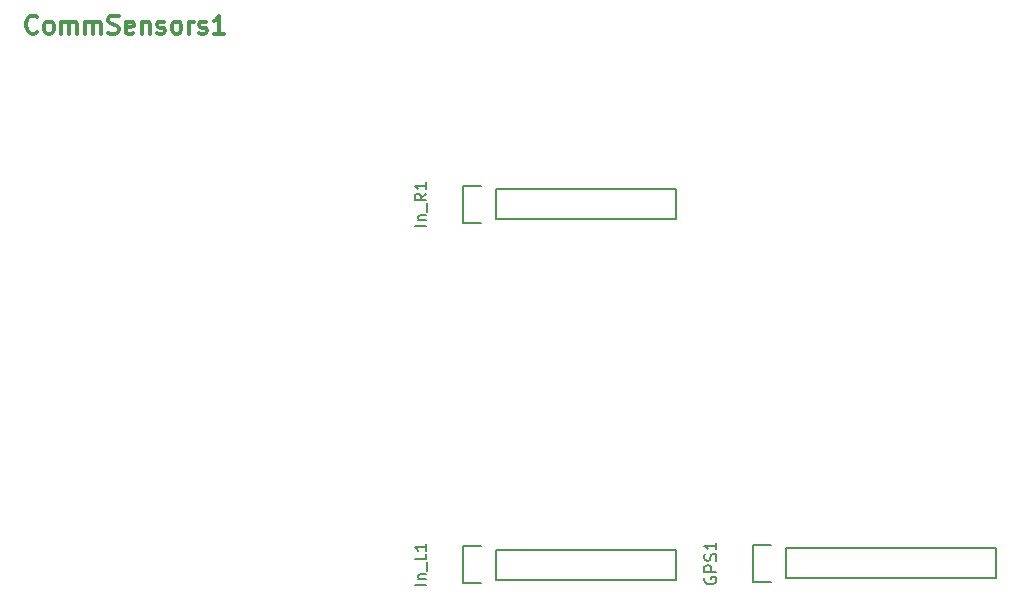
<source format=gto>
G04 #@! TF.FileFunction,Legend,Top*
%FSLAX46Y46*%
G04 Gerber Fmt 4.6, Leading zero omitted, Abs format (unit mm)*
G04 Created by KiCad (PCBNEW 4.0.2+e4-6225~38~ubuntu15.10.1-stable) date lun 30 may 2016 16:09:53 CLT*
%MOMM*%
G01*
G04 APERTURE LIST*
%ADD10C,0.100000*%
%ADD11C,0.150000*%
%ADD12C,0.304800*%
G04 APERTURE END LIST*
D10*
D11*
X186270000Y-92230000D02*
X201510000Y-92230000D01*
X201510000Y-92230000D02*
X201510000Y-94770000D01*
X201510000Y-94770000D02*
X186270000Y-94770000D01*
X183450000Y-91950000D02*
X185000000Y-91950000D01*
X186270000Y-92230000D02*
X186270000Y-94770000D01*
X185000000Y-95050000D02*
X183450000Y-95050000D01*
X183450000Y-95050000D02*
X183450000Y-91950000D01*
X186270000Y-61730000D02*
X201510000Y-61730000D01*
X201510000Y-61730000D02*
X201510000Y-64270000D01*
X201510000Y-64270000D02*
X186270000Y-64270000D01*
X183450000Y-61450000D02*
X185000000Y-61450000D01*
X186270000Y-61730000D02*
X186270000Y-64270000D01*
X185000000Y-64550000D02*
X183450000Y-64550000D01*
X183450000Y-64550000D02*
X183450000Y-61450000D01*
X210820000Y-92138500D02*
X228600000Y-92138500D01*
X228600000Y-92138500D02*
X228600000Y-94678500D01*
X228600000Y-94678500D02*
X210820000Y-94678500D01*
X208000000Y-91858500D02*
X209550000Y-91858500D01*
X210820000Y-92138500D02*
X210820000Y-94678500D01*
X209550000Y-94958500D02*
X208000000Y-94958500D01*
X208000000Y-94958500D02*
X208000000Y-91858500D01*
D12*
X147412528Y-48397886D02*
X147339957Y-48470457D01*
X147122243Y-48543029D01*
X146977100Y-48543029D01*
X146759385Y-48470457D01*
X146614243Y-48325314D01*
X146541671Y-48180171D01*
X146469100Y-47889886D01*
X146469100Y-47672171D01*
X146541671Y-47381886D01*
X146614243Y-47236743D01*
X146759385Y-47091600D01*
X146977100Y-47019029D01*
X147122243Y-47019029D01*
X147339957Y-47091600D01*
X147412528Y-47164171D01*
X148283385Y-48543029D02*
X148138243Y-48470457D01*
X148065671Y-48397886D01*
X147993100Y-48252743D01*
X147993100Y-47817314D01*
X148065671Y-47672171D01*
X148138243Y-47599600D01*
X148283385Y-47527029D01*
X148501100Y-47527029D01*
X148646243Y-47599600D01*
X148718814Y-47672171D01*
X148791385Y-47817314D01*
X148791385Y-48252743D01*
X148718814Y-48397886D01*
X148646243Y-48470457D01*
X148501100Y-48543029D01*
X148283385Y-48543029D01*
X149444528Y-48543029D02*
X149444528Y-47527029D01*
X149444528Y-47672171D02*
X149517100Y-47599600D01*
X149662242Y-47527029D01*
X149879957Y-47527029D01*
X150025100Y-47599600D01*
X150097671Y-47744743D01*
X150097671Y-48543029D01*
X150097671Y-47744743D02*
X150170242Y-47599600D01*
X150315385Y-47527029D01*
X150533100Y-47527029D01*
X150678242Y-47599600D01*
X150750814Y-47744743D01*
X150750814Y-48543029D01*
X151476528Y-48543029D02*
X151476528Y-47527029D01*
X151476528Y-47672171D02*
X151549100Y-47599600D01*
X151694242Y-47527029D01*
X151911957Y-47527029D01*
X152057100Y-47599600D01*
X152129671Y-47744743D01*
X152129671Y-48543029D01*
X152129671Y-47744743D02*
X152202242Y-47599600D01*
X152347385Y-47527029D01*
X152565100Y-47527029D01*
X152710242Y-47599600D01*
X152782814Y-47744743D01*
X152782814Y-48543029D01*
X153435957Y-48470457D02*
X153653671Y-48543029D01*
X154016528Y-48543029D01*
X154161671Y-48470457D01*
X154234242Y-48397886D01*
X154306814Y-48252743D01*
X154306814Y-48107600D01*
X154234242Y-47962457D01*
X154161671Y-47889886D01*
X154016528Y-47817314D01*
X153726242Y-47744743D01*
X153581100Y-47672171D01*
X153508528Y-47599600D01*
X153435957Y-47454457D01*
X153435957Y-47309314D01*
X153508528Y-47164171D01*
X153581100Y-47091600D01*
X153726242Y-47019029D01*
X154089100Y-47019029D01*
X154306814Y-47091600D01*
X155540529Y-48470457D02*
X155395386Y-48543029D01*
X155105100Y-48543029D01*
X154959957Y-48470457D01*
X154887386Y-48325314D01*
X154887386Y-47744743D01*
X154959957Y-47599600D01*
X155105100Y-47527029D01*
X155395386Y-47527029D01*
X155540529Y-47599600D01*
X155613100Y-47744743D01*
X155613100Y-47889886D01*
X154887386Y-48035029D01*
X156266243Y-47527029D02*
X156266243Y-48543029D01*
X156266243Y-47672171D02*
X156338815Y-47599600D01*
X156483957Y-47527029D01*
X156701672Y-47527029D01*
X156846815Y-47599600D01*
X156919386Y-47744743D01*
X156919386Y-48543029D01*
X157572529Y-48470457D02*
X157717672Y-48543029D01*
X158007957Y-48543029D01*
X158153100Y-48470457D01*
X158225672Y-48325314D01*
X158225672Y-48252743D01*
X158153100Y-48107600D01*
X158007957Y-48035029D01*
X157790243Y-48035029D01*
X157645100Y-47962457D01*
X157572529Y-47817314D01*
X157572529Y-47744743D01*
X157645100Y-47599600D01*
X157790243Y-47527029D01*
X158007957Y-47527029D01*
X158153100Y-47599600D01*
X159096528Y-48543029D02*
X158951386Y-48470457D01*
X158878814Y-48397886D01*
X158806243Y-48252743D01*
X158806243Y-47817314D01*
X158878814Y-47672171D01*
X158951386Y-47599600D01*
X159096528Y-47527029D01*
X159314243Y-47527029D01*
X159459386Y-47599600D01*
X159531957Y-47672171D01*
X159604528Y-47817314D01*
X159604528Y-48252743D01*
X159531957Y-48397886D01*
X159459386Y-48470457D01*
X159314243Y-48543029D01*
X159096528Y-48543029D01*
X160257671Y-48543029D02*
X160257671Y-47527029D01*
X160257671Y-47817314D02*
X160330243Y-47672171D01*
X160402814Y-47599600D01*
X160547957Y-47527029D01*
X160693100Y-47527029D01*
X161128529Y-48470457D02*
X161273672Y-48543029D01*
X161563957Y-48543029D01*
X161709100Y-48470457D01*
X161781672Y-48325314D01*
X161781672Y-48252743D01*
X161709100Y-48107600D01*
X161563957Y-48035029D01*
X161346243Y-48035029D01*
X161201100Y-47962457D01*
X161128529Y-47817314D01*
X161128529Y-47744743D01*
X161201100Y-47599600D01*
X161346243Y-47527029D01*
X161563957Y-47527029D01*
X161709100Y-47599600D01*
X163233100Y-48543029D02*
X162362243Y-48543029D01*
X162797671Y-48543029D02*
X162797671Y-47019029D01*
X162652528Y-47236743D01*
X162507386Y-47381886D01*
X162362243Y-47454457D01*
D11*
X180352381Y-95214286D02*
X179352381Y-95214286D01*
X179685714Y-94738096D02*
X180352381Y-94738096D01*
X179780952Y-94738096D02*
X179733333Y-94690477D01*
X179685714Y-94595239D01*
X179685714Y-94452381D01*
X179733333Y-94357143D01*
X179828571Y-94309524D01*
X180352381Y-94309524D01*
X180447619Y-94071429D02*
X180447619Y-93309524D01*
X180352381Y-92595238D02*
X180352381Y-93071429D01*
X179352381Y-93071429D01*
X180352381Y-91738095D02*
X180352381Y-92309524D01*
X180352381Y-92023810D02*
X179352381Y-92023810D01*
X179495238Y-92119048D01*
X179590476Y-92214286D01*
X179638095Y-92309524D01*
X180352381Y-64809524D02*
X179352381Y-64809524D01*
X179685714Y-64333334D02*
X180352381Y-64333334D01*
X179780952Y-64333334D02*
X179733333Y-64285715D01*
X179685714Y-64190477D01*
X179685714Y-64047619D01*
X179733333Y-63952381D01*
X179828571Y-63904762D01*
X180352381Y-63904762D01*
X180447619Y-63666667D02*
X180447619Y-62904762D01*
X180352381Y-62095238D02*
X179876190Y-62428572D01*
X180352381Y-62666667D02*
X179352381Y-62666667D01*
X179352381Y-62285714D01*
X179400000Y-62190476D01*
X179447619Y-62142857D01*
X179542857Y-62095238D01*
X179685714Y-62095238D01*
X179780952Y-62142857D01*
X179828571Y-62190476D01*
X179876190Y-62285714D01*
X179876190Y-62666667D01*
X180352381Y-61142857D02*
X180352381Y-61714286D01*
X180352381Y-61428572D02*
X179352381Y-61428572D01*
X179495238Y-61523810D01*
X179590476Y-61619048D01*
X179638095Y-61714286D01*
X203950000Y-94598976D02*
X203902381Y-94694214D01*
X203902381Y-94837071D01*
X203950000Y-94979929D01*
X204045238Y-95075167D01*
X204140476Y-95122786D01*
X204330952Y-95170405D01*
X204473810Y-95170405D01*
X204664286Y-95122786D01*
X204759524Y-95075167D01*
X204854762Y-94979929D01*
X204902381Y-94837071D01*
X204902381Y-94741833D01*
X204854762Y-94598976D01*
X204807143Y-94551357D01*
X204473810Y-94551357D01*
X204473810Y-94741833D01*
X204902381Y-94122786D02*
X203902381Y-94122786D01*
X203902381Y-93741833D01*
X203950000Y-93646595D01*
X203997619Y-93598976D01*
X204092857Y-93551357D01*
X204235714Y-93551357D01*
X204330952Y-93598976D01*
X204378571Y-93646595D01*
X204426190Y-93741833D01*
X204426190Y-94122786D01*
X204854762Y-93170405D02*
X204902381Y-93027548D01*
X204902381Y-92789452D01*
X204854762Y-92694214D01*
X204807143Y-92646595D01*
X204711905Y-92598976D01*
X204616667Y-92598976D01*
X204521429Y-92646595D01*
X204473810Y-92694214D01*
X204426190Y-92789452D01*
X204378571Y-92979929D01*
X204330952Y-93075167D01*
X204283333Y-93122786D01*
X204188095Y-93170405D01*
X204092857Y-93170405D01*
X203997619Y-93122786D01*
X203950000Y-93075167D01*
X203902381Y-92979929D01*
X203902381Y-92741833D01*
X203950000Y-92598976D01*
X204902381Y-91646595D02*
X204902381Y-92218024D01*
X204902381Y-91932310D02*
X203902381Y-91932310D01*
X204045238Y-92027548D01*
X204140476Y-92122786D01*
X204188095Y-92218024D01*
M02*

</source>
